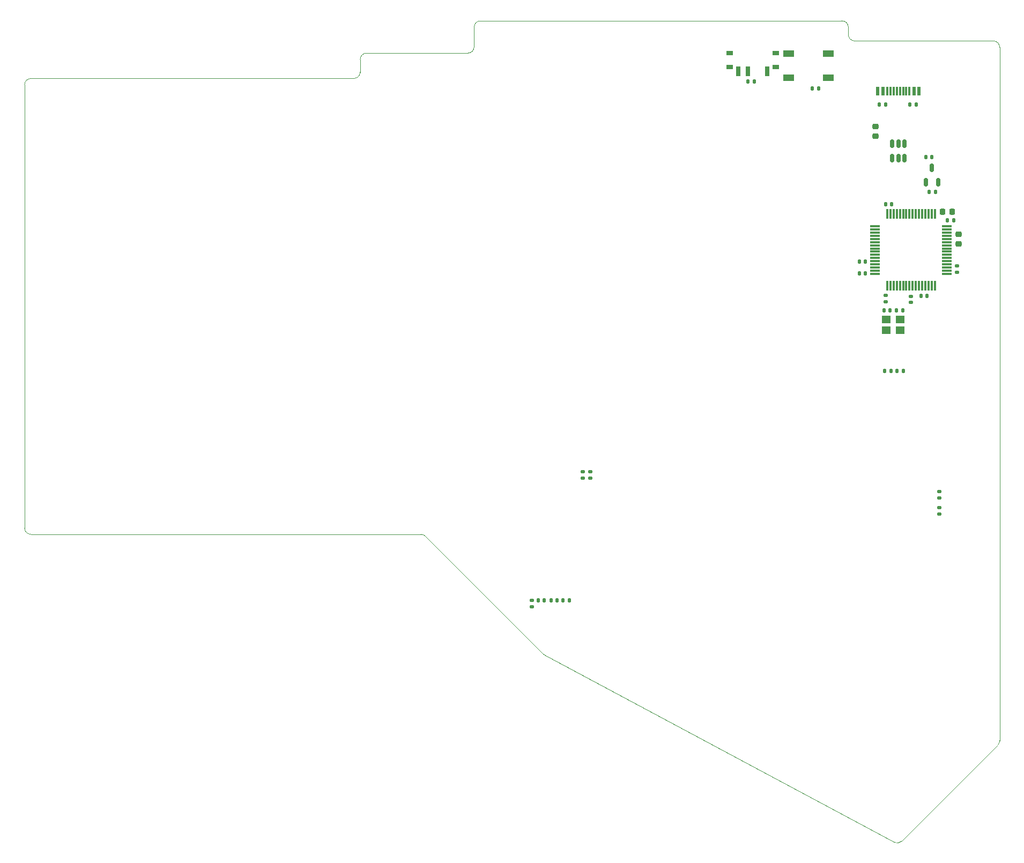
<source format=gbr>
%TF.GenerationSoftware,KiCad,Pcbnew,8.0.5*%
%TF.CreationDate,2024-10-11T21:26:08+02:00*%
%TF.ProjectId,vaucasy_left,76617563-6173-4795-9f6c-6566742e6b69,rev?*%
%TF.SameCoordinates,Original*%
%TF.FileFunction,Paste,Top*%
%TF.FilePolarity,Positive*%
%FSLAX46Y46*%
G04 Gerber Fmt 4.6, Leading zero omitted, Abs format (unit mm)*
G04 Created by KiCad (PCBNEW 8.0.5) date 2024-10-11 21:26:08*
%MOMM*%
%LPD*%
G01*
G04 APERTURE LIST*
G04 Aperture macros list*
%AMRoundRect*
0 Rectangle with rounded corners*
0 $1 Rounding radius*
0 $2 $3 $4 $5 $6 $7 $8 $9 X,Y pos of 4 corners*
0 Add a 4 corners polygon primitive as box body*
4,1,4,$2,$3,$4,$5,$6,$7,$8,$9,$2,$3,0*
0 Add four circle primitives for the rounded corners*
1,1,$1+$1,$2,$3*
1,1,$1+$1,$4,$5*
1,1,$1+$1,$6,$7*
1,1,$1+$1,$8,$9*
0 Add four rect primitives between the rounded corners*
20,1,$1+$1,$2,$3,$4,$5,0*
20,1,$1+$1,$4,$5,$6,$7,0*
20,1,$1+$1,$6,$7,$8,$9,0*
20,1,$1+$1,$8,$9,$2,$3,0*%
G04 Aperture macros list end*
%ADD10RoundRect,0.218750X-0.256250X0.218750X-0.256250X-0.218750X0.256250X-0.218750X0.256250X0.218750X0*%
%ADD11RoundRect,0.150000X0.150000X-0.512500X0.150000X0.512500X-0.150000X0.512500X-0.150000X-0.512500X0*%
%ADD12RoundRect,0.135000X0.135000X0.185000X-0.135000X0.185000X-0.135000X-0.185000X0.135000X-0.185000X0*%
%ADD13RoundRect,0.075000X0.075000X-0.700000X0.075000X0.700000X-0.075000X0.700000X-0.075000X-0.700000X0*%
%ADD14RoundRect,0.075000X0.700000X-0.075000X0.700000X0.075000X-0.700000X0.075000X-0.700000X-0.075000X0*%
%ADD15R,1.700000X1.000000*%
%ADD16RoundRect,0.140000X-0.140000X-0.170000X0.140000X-0.170000X0.140000X0.170000X-0.140000X0.170000X0*%
%ADD17RoundRect,0.135000X-0.135000X-0.185000X0.135000X-0.185000X0.135000X0.185000X-0.135000X0.185000X0*%
%ADD18R,1.000000X0.800000*%
%ADD19R,0.700000X1.500000*%
%ADD20RoundRect,0.135000X-0.185000X0.135000X-0.185000X-0.135000X0.185000X-0.135000X0.185000X0.135000X0*%
%ADD21RoundRect,0.135000X0.185000X-0.135000X0.185000X0.135000X-0.185000X0.135000X-0.185000X-0.135000X0*%
%ADD22RoundRect,0.140000X0.170000X-0.140000X0.170000X0.140000X-0.170000X0.140000X-0.170000X-0.140000X0*%
%ADD23RoundRect,0.150000X-0.150000X0.512500X-0.150000X-0.512500X0.150000X-0.512500X0.150000X0.512500X0*%
%ADD24RoundRect,0.140000X0.140000X0.170000X-0.140000X0.170000X-0.140000X-0.170000X0.140000X-0.170000X0*%
%ADD25RoundRect,0.225000X0.225000X0.250000X-0.225000X0.250000X-0.225000X-0.250000X0.225000X-0.250000X0*%
%ADD26RoundRect,0.140000X-0.170000X0.140000X-0.170000X-0.140000X0.170000X-0.140000X0.170000X0.140000X0*%
%ADD27R,0.600000X1.450000*%
%ADD28R,0.300000X1.450000*%
%ADD29RoundRect,0.225000X-0.250000X0.225000X-0.250000X-0.225000X0.250000X-0.225000X0.250000X0.225000X0*%
%ADD30R,1.400000X1.200000*%
%TA.AperFunction,Profile*%
%ADD31C,0.050000*%
%TD*%
G04 APERTURE END LIST*
D10*
%TO.C,F1*%
X159375000Y-44562500D03*
X159375000Y-46137500D03*
%TD*%
D11*
%TO.C,U3*%
X167350000Y-53382500D03*
X169250000Y-53382500D03*
X168300000Y-51107500D03*
%TD*%
D12*
%TO.C,R10*%
X161835000Y-83175000D03*
X160815000Y-83175000D03*
%TD*%
D13*
%TO.C,U1*%
X161250000Y-69775000D03*
X161750000Y-69775000D03*
X162250000Y-69775000D03*
X162750000Y-69775000D03*
X163250000Y-69775000D03*
X163750000Y-69775000D03*
X164250000Y-69775000D03*
X164750000Y-69775000D03*
X165250000Y-69775000D03*
X165750000Y-69775000D03*
X166250000Y-69775000D03*
X166750000Y-69775000D03*
X167250000Y-69775000D03*
X167750000Y-69775000D03*
X168250000Y-69775000D03*
X168750000Y-69775000D03*
D14*
X170675000Y-67850000D03*
X170675000Y-67350000D03*
X170675000Y-66850000D03*
X170675000Y-66350000D03*
X170675000Y-65850000D03*
X170675000Y-65350000D03*
X170675000Y-64850000D03*
X170675000Y-64350000D03*
X170675000Y-63850000D03*
X170675000Y-63350000D03*
X170675000Y-62850000D03*
X170675000Y-62350000D03*
X170675000Y-61850000D03*
X170675000Y-61350000D03*
X170675000Y-60850000D03*
X170675000Y-60350000D03*
D13*
X168750000Y-58425000D03*
X168250000Y-58425000D03*
X167750000Y-58425000D03*
X167250000Y-58425000D03*
X166750000Y-58425000D03*
X166250000Y-58425000D03*
X165750000Y-58425000D03*
X165250000Y-58425000D03*
X164750000Y-58425000D03*
X164250000Y-58425000D03*
X163750000Y-58425000D03*
X163250000Y-58425000D03*
X162750000Y-58425000D03*
X162250000Y-58425000D03*
X161750000Y-58425000D03*
X161250000Y-58425000D03*
D14*
X159325000Y-60350000D03*
X159325000Y-60850000D03*
X159325000Y-61350000D03*
X159325000Y-61850000D03*
X159325000Y-62350000D03*
X159325000Y-62850000D03*
X159325000Y-63350000D03*
X159325000Y-63850000D03*
X159325000Y-64350000D03*
X159325000Y-64850000D03*
X159325000Y-65350000D03*
X159325000Y-65850000D03*
X159325000Y-66350000D03*
X159325000Y-66850000D03*
X159325000Y-67350000D03*
X159325000Y-67850000D03*
%TD*%
D15*
%TO.C,SW2*%
X151975000Y-36875000D03*
X145675000Y-36875000D03*
X151975000Y-33075000D03*
X145675000Y-33075000D03*
%TD*%
D16*
%TO.C,C11*%
X162720000Y-73600000D03*
X163680000Y-73600000D03*
%TD*%
%TO.C,C5*%
X156820000Y-67800000D03*
X157780000Y-67800000D03*
%TD*%
%TO.C,C14*%
X108135000Y-119450000D03*
X109095000Y-119450000D03*
%TD*%
D17*
%TO.C,R7*%
X110025000Y-119450000D03*
X111045000Y-119450000D03*
%TD*%
D18*
%TO.C,SW1*%
X143650000Y-35185000D03*
X143650000Y-32975000D03*
X136350000Y-35185000D03*
X136350000Y-32975000D03*
D19*
X142250000Y-35835000D03*
X139250000Y-35835000D03*
X137750000Y-35835000D03*
%TD*%
D20*
%TO.C,R6*%
X113150000Y-99115000D03*
X113150000Y-100135000D03*
%TD*%
D16*
%TO.C,C9*%
X167340000Y-49395000D03*
X168300000Y-49395000D03*
%TD*%
D17*
%TO.C,R1*%
X139265000Y-37480000D03*
X140285000Y-37480000D03*
%TD*%
D21*
%TO.C,R8*%
X105115000Y-120460000D03*
X105115000Y-119440000D03*
%TD*%
D22*
%TO.C,C1*%
X161025000Y-72255000D03*
X161025000Y-71295000D03*
%TD*%
D20*
%TO.C,R13*%
X169500000Y-102270000D03*
X169500000Y-103290000D03*
%TD*%
D23*
%TO.C,U2*%
X163950000Y-47320000D03*
X163000000Y-47320000D03*
X162050000Y-47320000D03*
X162050000Y-49595000D03*
X163000000Y-49595000D03*
X163950000Y-49595000D03*
%TD*%
D17*
%TO.C,R2*%
X149415000Y-38600000D03*
X150435000Y-38600000D03*
%TD*%
%TO.C,R4*%
X159990000Y-41075000D03*
X161010000Y-41075000D03*
%TD*%
D24*
%TO.C,C17*%
X157780000Y-65925000D03*
X156820000Y-65925000D03*
%TD*%
D25*
%TO.C,C6*%
X171500000Y-58025000D03*
X169950000Y-58025000D03*
%TD*%
D22*
%TO.C,C2*%
X172250000Y-67600000D03*
X172250000Y-66640000D03*
%TD*%
D16*
%TO.C,C8*%
X167870000Y-54895000D03*
X168830000Y-54895000D03*
%TD*%
D21*
%TO.C,R14*%
X169500000Y-105780000D03*
X169500000Y-104760000D03*
%TD*%
D26*
%TO.C,C16*%
X114350000Y-99145000D03*
X114350000Y-100105000D03*
%TD*%
D24*
%TO.C,C3*%
X171705000Y-59425000D03*
X170745000Y-59425000D03*
%TD*%
D16*
%TO.C,C10*%
X160720000Y-73600000D03*
X161680000Y-73600000D03*
%TD*%
%TO.C,C13*%
X166540000Y-71325000D03*
X167500000Y-71325000D03*
%TD*%
D12*
%TO.C,R3*%
X165835000Y-41075000D03*
X164815000Y-41075000D03*
%TD*%
D16*
%TO.C,C15*%
X106135000Y-119450000D03*
X107095000Y-119450000D03*
%TD*%
D27*
%TO.C,J1*%
X166250000Y-39035000D03*
X165450000Y-39035000D03*
D28*
X164250000Y-39035000D03*
X163250000Y-39035000D03*
X162750000Y-39035000D03*
X161750000Y-39035000D03*
D27*
X160550000Y-39035000D03*
X159750000Y-39035000D03*
X159750000Y-39035000D03*
X160550000Y-39035000D03*
D28*
X161250000Y-39035000D03*
X162250000Y-39035000D03*
X163750000Y-39035000D03*
X164750000Y-39035000D03*
D27*
X165450000Y-39035000D03*
X166250000Y-39035000D03*
%TD*%
D29*
%TO.C,C12*%
X172500000Y-61600000D03*
X172500000Y-63150000D03*
%TD*%
D22*
%TO.C,C7*%
X164975000Y-72355000D03*
X164975000Y-71395000D03*
%TD*%
D24*
%TO.C,C4*%
X161930000Y-56875000D03*
X160970000Y-56875000D03*
%TD*%
D12*
%TO.C,R9*%
X163810000Y-83175000D03*
X162790000Y-83175000D03*
%TD*%
D30*
%TO.C,Y1*%
X161100000Y-76750000D03*
X163300000Y-76750000D03*
X163300000Y-75050000D03*
X161100000Y-75050000D03*
%TD*%
D31*
X179000000Y-141585786D02*
G75*
G02*
X178707093Y-142292879I-999900J-14D01*
G01*
X155100000Y-28900000D02*
X155100000Y-30075000D01*
X78000000Y-34000000D02*
X78000000Y-36000000D01*
X78000000Y-34000000D02*
G75*
G02*
X79000000Y-33000000I1000000J0D01*
G01*
X26000000Y-109000000D02*
G75*
G02*
X25000000Y-108000000I0J1000000D01*
G01*
X96000000Y-28900000D02*
G75*
G02*
X97000000Y-27900000I1000000J0D01*
G01*
X122275000Y-27900000D02*
X154100000Y-27900000D01*
X156100000Y-31075000D02*
X178000000Y-31075000D01*
X87585786Y-109000000D02*
G75*
G02*
X88292900Y-109292886I14J-1000000D01*
G01*
X154100000Y-27900000D02*
G75*
G02*
X155100000Y-28900000I0J-1000000D01*
G01*
X96000000Y-32000000D02*
G75*
G02*
X95000000Y-33000000I-1000000J0D01*
G01*
X107130334Y-128069822D02*
G75*
G02*
X106895455Y-127895443I472366J881622D01*
G01*
X163524939Y-157475061D02*
X178707107Y-142292893D01*
X179000000Y-141585786D02*
X179000000Y-32075000D01*
X25000000Y-38000000D02*
G75*
G02*
X26000000Y-37000000I1000000J0D01*
G01*
X163524939Y-157475061D02*
G75*
G02*
X162345588Y-157649474I-707139J707061D01*
G01*
X25000000Y-38000000D02*
X25000000Y-108000000D01*
X95000000Y-33000000D02*
X79000000Y-33000000D01*
X88292893Y-109292893D02*
X106895449Y-127895449D01*
X26000000Y-109000000D02*
X87585786Y-109000000D01*
X107130334Y-128069822D02*
X162345610Y-157649434D01*
X77000000Y-37000000D02*
X26000000Y-37000000D01*
X178000000Y-31075000D02*
G75*
G02*
X179000000Y-32075000I0J-1000000D01*
G01*
X96000000Y-28900000D02*
X96000000Y-32000000D01*
X78000000Y-36000000D02*
G75*
G02*
X77000000Y-37000000I-1000000J0D01*
G01*
X122275000Y-27900000D02*
X97000000Y-27900000D01*
X156100000Y-31075000D02*
G75*
G02*
X155100000Y-30075000I0J1000000D01*
G01*
M02*

</source>
